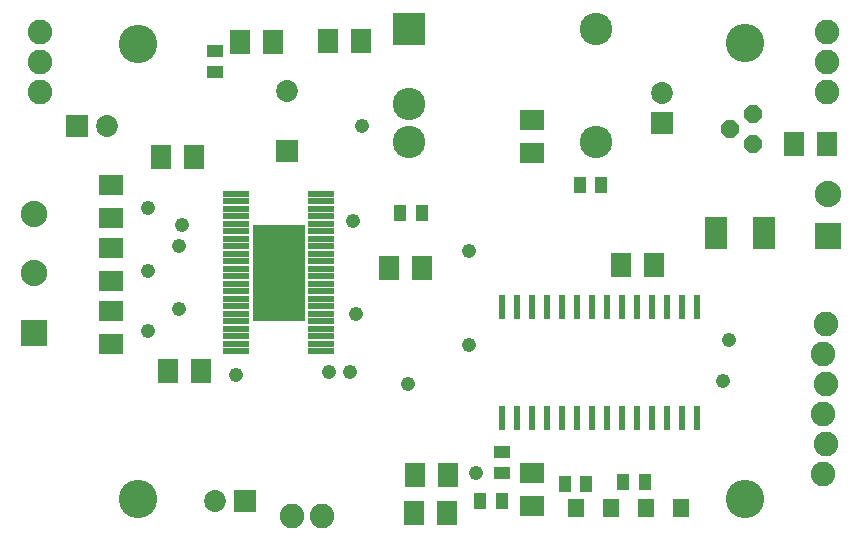
<source format=gts>
G75*
G70*
%OFA0B0*%
%FSLAX24Y24*%
%IPPOS*%
%LPD*%
%AMOC8*
5,1,8,0,0,1.08239X$1,22.5*
%
%ADD10C,0.1080*%
%ADD11R,0.1080X0.1080*%
%ADD12R,0.0749X0.1064*%
%ADD13R,0.0789X0.0710*%
%ADD14R,0.0395X0.0552*%
%ADD15R,0.0880X0.0880*%
%ADD16C,0.0880*%
%ADD17C,0.0820*%
%ADD18R,0.0552X0.0631*%
%ADD19R,0.0552X0.0395*%
%ADD20R,0.0218X0.0789*%
%ADD21R,0.0710X0.0789*%
%ADD22R,0.0867X0.0237*%
%ADD23R,0.1773X0.3230*%
%ADD24R,0.0477X0.0477*%
%ADD25OC8,0.0600*%
%ADD26C,0.1280*%
%ADD27C,0.0730*%
%ADD28R,0.0730X0.0730*%
%ADD29C,0.0476*%
D10*
X014299Y014136D03*
X014299Y015386D03*
X020549Y014136D03*
X020549Y017886D03*
D11*
X014299Y017886D03*
D12*
X024551Y011091D03*
X026126Y011091D03*
D13*
X018417Y013756D03*
X018417Y014859D03*
X004382Y012678D03*
X004382Y011575D03*
X004374Y010587D03*
X004374Y009485D03*
X004374Y008496D03*
X004374Y007394D03*
X018417Y003091D03*
X018417Y001989D03*
D14*
X017390Y002146D03*
X016681Y002146D03*
X019492Y002737D03*
X020201Y002737D03*
X021453Y002784D03*
X022161Y002784D03*
X014720Y011772D03*
X014012Y011772D03*
X020000Y012705D03*
X020709Y012705D03*
D15*
X028268Y010996D03*
X001794Y007772D03*
D16*
X001794Y009741D03*
X001794Y011709D03*
X028268Y012374D03*
D17*
X028224Y015804D03*
X028224Y016804D03*
X028224Y017804D03*
X028196Y008071D03*
X028096Y007071D03*
X028196Y006071D03*
X028096Y005071D03*
X028196Y004071D03*
X028096Y003071D03*
X011405Y001662D03*
X010405Y001662D03*
X001988Y015780D03*
X001988Y016780D03*
X001988Y017780D03*
D18*
X019870Y001910D03*
X021051Y001910D03*
X022189Y001906D03*
X023370Y001906D03*
D19*
X017405Y003083D03*
X017405Y003792D03*
X007823Y016448D03*
X007823Y017156D03*
D20*
X017401Y008607D03*
X017901Y008607D03*
X018401Y008607D03*
X018901Y008607D03*
X019401Y008607D03*
X019901Y008607D03*
X020401Y008607D03*
X020901Y008607D03*
X021401Y008607D03*
X021901Y008607D03*
X022401Y008607D03*
X022901Y008607D03*
X023401Y008607D03*
X023901Y008607D03*
X023901Y004906D03*
X023401Y004906D03*
X022901Y004906D03*
X022401Y004906D03*
X021901Y004906D03*
X021401Y004906D03*
X020901Y004906D03*
X020401Y004906D03*
X019901Y004906D03*
X019401Y004906D03*
X018901Y004906D03*
X018401Y004906D03*
X017901Y004906D03*
X017401Y004906D03*
D21*
X015594Y003028D03*
X014492Y003028D03*
X014480Y001748D03*
X015583Y001748D03*
X007366Y006473D03*
X006264Y006473D03*
X013630Y009926D03*
X014732Y009926D03*
X021374Y010024D03*
X022476Y010024D03*
X027122Y014040D03*
X028224Y014040D03*
X012696Y017503D03*
X011594Y017503D03*
X009784Y017450D03*
X008682Y017450D03*
X007146Y013638D03*
X006043Y013638D03*
D22*
X008551Y012397D03*
X008551Y012147D03*
X008551Y011897D03*
X008551Y011647D03*
X008551Y011397D03*
X008551Y011147D03*
X008551Y010897D03*
X008551Y010647D03*
X008551Y010397D03*
X008551Y010147D03*
X008551Y009897D03*
X008551Y009647D03*
X008551Y009397D03*
X008551Y009147D03*
X008551Y008897D03*
X008551Y008647D03*
X008551Y008397D03*
X008551Y008147D03*
X008551Y007897D03*
X008551Y007647D03*
X008551Y007397D03*
X008551Y007147D03*
X011386Y007147D03*
X011386Y007397D03*
X011386Y007647D03*
X011386Y007897D03*
X011386Y008147D03*
X011386Y008397D03*
X011386Y008647D03*
X011386Y008897D03*
X011386Y009147D03*
X011386Y009397D03*
X011386Y009647D03*
X011386Y009897D03*
X011386Y010147D03*
X011386Y010397D03*
X011386Y010647D03*
X011386Y010897D03*
X011386Y011147D03*
X011386Y011397D03*
X011386Y011647D03*
X011386Y011897D03*
X011386Y012147D03*
X011386Y012397D03*
D23*
X009968Y009772D03*
D24*
X009968Y010022D03*
X009468Y010022D03*
X009468Y010522D03*
X009468Y011022D03*
X009968Y011022D03*
X009968Y010522D03*
X010468Y010522D03*
X010468Y010022D03*
X010468Y009522D03*
X009968Y009522D03*
X009468Y009522D03*
X009468Y009022D03*
X009468Y008522D03*
X009968Y008522D03*
X009968Y009022D03*
X010468Y009022D03*
X010468Y008522D03*
X010468Y011022D03*
D25*
X025018Y014552D03*
X025768Y015052D03*
X025768Y014052D03*
D26*
X005264Y002225D03*
X025500Y002225D03*
X005264Y017382D03*
X025500Y017406D03*
D27*
X022733Y015750D03*
X010233Y015807D03*
X004233Y014650D03*
X007833Y002150D03*
D28*
X008833Y002150D03*
X010233Y013807D03*
X003233Y014650D03*
X022733Y014750D03*
D29*
X016287Y010493D03*
X012527Y008386D03*
X012333Y006450D03*
X011633Y006450D03*
X014279Y006044D03*
X016287Y007343D03*
X016523Y003091D03*
X008533Y006350D03*
X005618Y007815D03*
X006633Y008550D03*
X005618Y009823D03*
X006633Y010650D03*
X006733Y011350D03*
X005618Y011930D03*
X012449Y011496D03*
X012733Y014650D03*
X024968Y007520D03*
X024771Y006162D03*
M02*

</source>
